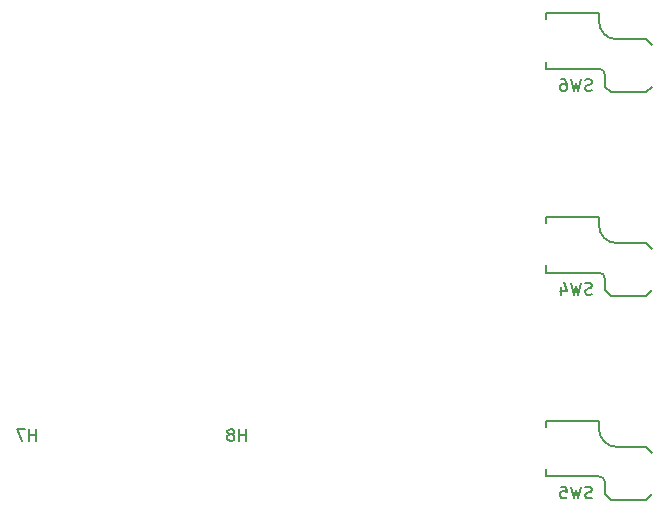
<source format=gbr>
%TF.GenerationSoftware,KiCad,Pcbnew,9.0.6*%
%TF.CreationDate,2025-12-14T01:17:05-08:00*%
%TF.ProjectId,base-station,62617365-2d73-4746-9174-696f6e2e6b69,rev?*%
%TF.SameCoordinates,Original*%
%TF.FileFunction,Legend,Bot*%
%TF.FilePolarity,Positive*%
%FSLAX46Y46*%
G04 Gerber Fmt 4.6, Leading zero omitted, Abs format (unit mm)*
G04 Created by KiCad (PCBNEW 9.0.6) date 2025-12-14 01:17:05*
%MOMM*%
%LPD*%
G01*
G04 APERTURE LIST*
%ADD10C,0.150000*%
G04 APERTURE END LIST*
D10*
X109638332Y-102277200D02*
X109495475Y-102324819D01*
X109495475Y-102324819D02*
X109257380Y-102324819D01*
X109257380Y-102324819D02*
X109162142Y-102277200D01*
X109162142Y-102277200D02*
X109114523Y-102229580D01*
X109114523Y-102229580D02*
X109066904Y-102134342D01*
X109066904Y-102134342D02*
X109066904Y-102039104D01*
X109066904Y-102039104D02*
X109114523Y-101943866D01*
X109114523Y-101943866D02*
X109162142Y-101896247D01*
X109162142Y-101896247D02*
X109257380Y-101848628D01*
X109257380Y-101848628D02*
X109447856Y-101801009D01*
X109447856Y-101801009D02*
X109543094Y-101753390D01*
X109543094Y-101753390D02*
X109590713Y-101705771D01*
X109590713Y-101705771D02*
X109638332Y-101610533D01*
X109638332Y-101610533D02*
X109638332Y-101515295D01*
X109638332Y-101515295D02*
X109590713Y-101420057D01*
X109590713Y-101420057D02*
X109543094Y-101372438D01*
X109543094Y-101372438D02*
X109447856Y-101324819D01*
X109447856Y-101324819D02*
X109209761Y-101324819D01*
X109209761Y-101324819D02*
X109066904Y-101372438D01*
X108733570Y-101324819D02*
X108495475Y-102324819D01*
X108495475Y-102324819D02*
X108304999Y-101610533D01*
X108304999Y-101610533D02*
X108114523Y-102324819D01*
X108114523Y-102324819D02*
X107876428Y-101324819D01*
X107019285Y-101324819D02*
X107495475Y-101324819D01*
X107495475Y-101324819D02*
X107543094Y-101801009D01*
X107543094Y-101801009D02*
X107495475Y-101753390D01*
X107495475Y-101753390D02*
X107400237Y-101705771D01*
X107400237Y-101705771D02*
X107162142Y-101705771D01*
X107162142Y-101705771D02*
X107066904Y-101753390D01*
X107066904Y-101753390D02*
X107019285Y-101801009D01*
X107019285Y-101801009D02*
X106971666Y-101896247D01*
X106971666Y-101896247D02*
X106971666Y-102134342D01*
X106971666Y-102134342D02*
X107019285Y-102229580D01*
X107019285Y-102229580D02*
X107066904Y-102277200D01*
X107066904Y-102277200D02*
X107162142Y-102324819D01*
X107162142Y-102324819D02*
X107400237Y-102324819D01*
X107400237Y-102324819D02*
X107495475Y-102277200D01*
X107495475Y-102277200D02*
X107543094Y-102229580D01*
X109638332Y-67777200D02*
X109495475Y-67824819D01*
X109495475Y-67824819D02*
X109257380Y-67824819D01*
X109257380Y-67824819D02*
X109162142Y-67777200D01*
X109162142Y-67777200D02*
X109114523Y-67729580D01*
X109114523Y-67729580D02*
X109066904Y-67634342D01*
X109066904Y-67634342D02*
X109066904Y-67539104D01*
X109066904Y-67539104D02*
X109114523Y-67443866D01*
X109114523Y-67443866D02*
X109162142Y-67396247D01*
X109162142Y-67396247D02*
X109257380Y-67348628D01*
X109257380Y-67348628D02*
X109447856Y-67301009D01*
X109447856Y-67301009D02*
X109543094Y-67253390D01*
X109543094Y-67253390D02*
X109590713Y-67205771D01*
X109590713Y-67205771D02*
X109638332Y-67110533D01*
X109638332Y-67110533D02*
X109638332Y-67015295D01*
X109638332Y-67015295D02*
X109590713Y-66920057D01*
X109590713Y-66920057D02*
X109543094Y-66872438D01*
X109543094Y-66872438D02*
X109447856Y-66824819D01*
X109447856Y-66824819D02*
X109209761Y-66824819D01*
X109209761Y-66824819D02*
X109066904Y-66872438D01*
X108733570Y-66824819D02*
X108495475Y-67824819D01*
X108495475Y-67824819D02*
X108304999Y-67110533D01*
X108304999Y-67110533D02*
X108114523Y-67824819D01*
X108114523Y-67824819D02*
X107876428Y-66824819D01*
X107066904Y-66824819D02*
X107257380Y-66824819D01*
X107257380Y-66824819D02*
X107352618Y-66872438D01*
X107352618Y-66872438D02*
X107400237Y-66920057D01*
X107400237Y-66920057D02*
X107495475Y-67062914D01*
X107495475Y-67062914D02*
X107543094Y-67253390D01*
X107543094Y-67253390D02*
X107543094Y-67634342D01*
X107543094Y-67634342D02*
X107495475Y-67729580D01*
X107495475Y-67729580D02*
X107447856Y-67777200D01*
X107447856Y-67777200D02*
X107352618Y-67824819D01*
X107352618Y-67824819D02*
X107162142Y-67824819D01*
X107162142Y-67824819D02*
X107066904Y-67777200D01*
X107066904Y-67777200D02*
X107019285Y-67729580D01*
X107019285Y-67729580D02*
X106971666Y-67634342D01*
X106971666Y-67634342D02*
X106971666Y-67396247D01*
X106971666Y-67396247D02*
X107019285Y-67301009D01*
X107019285Y-67301009D02*
X107066904Y-67253390D01*
X107066904Y-67253390D02*
X107162142Y-67205771D01*
X107162142Y-67205771D02*
X107352618Y-67205771D01*
X107352618Y-67205771D02*
X107447856Y-67253390D01*
X107447856Y-67253390D02*
X107495475Y-67301009D01*
X107495475Y-67301009D02*
X107543094Y-67396247D01*
X109638332Y-85027200D02*
X109495475Y-85074819D01*
X109495475Y-85074819D02*
X109257380Y-85074819D01*
X109257380Y-85074819D02*
X109162142Y-85027200D01*
X109162142Y-85027200D02*
X109114523Y-84979580D01*
X109114523Y-84979580D02*
X109066904Y-84884342D01*
X109066904Y-84884342D02*
X109066904Y-84789104D01*
X109066904Y-84789104D02*
X109114523Y-84693866D01*
X109114523Y-84693866D02*
X109162142Y-84646247D01*
X109162142Y-84646247D02*
X109257380Y-84598628D01*
X109257380Y-84598628D02*
X109447856Y-84551009D01*
X109447856Y-84551009D02*
X109543094Y-84503390D01*
X109543094Y-84503390D02*
X109590713Y-84455771D01*
X109590713Y-84455771D02*
X109638332Y-84360533D01*
X109638332Y-84360533D02*
X109638332Y-84265295D01*
X109638332Y-84265295D02*
X109590713Y-84170057D01*
X109590713Y-84170057D02*
X109543094Y-84122438D01*
X109543094Y-84122438D02*
X109447856Y-84074819D01*
X109447856Y-84074819D02*
X109209761Y-84074819D01*
X109209761Y-84074819D02*
X109066904Y-84122438D01*
X108733570Y-84074819D02*
X108495475Y-85074819D01*
X108495475Y-85074819D02*
X108304999Y-84360533D01*
X108304999Y-84360533D02*
X108114523Y-85074819D01*
X108114523Y-85074819D02*
X107876428Y-84074819D01*
X107066904Y-84408152D02*
X107066904Y-85074819D01*
X107304999Y-84027200D02*
X107543094Y-84741485D01*
X107543094Y-84741485D02*
X106924047Y-84741485D01*
X62581904Y-97454819D02*
X62581904Y-96454819D01*
X62581904Y-96931009D02*
X62010476Y-96931009D01*
X62010476Y-97454819D02*
X62010476Y-96454819D01*
X61629523Y-96454819D02*
X60962857Y-96454819D01*
X60962857Y-96454819D02*
X61391428Y-97454819D01*
X80361904Y-97454819D02*
X80361904Y-96454819D01*
X80361904Y-96931009D02*
X79790476Y-96931009D01*
X79790476Y-97454819D02*
X79790476Y-96454819D01*
X79171428Y-96883390D02*
X79266666Y-96835771D01*
X79266666Y-96835771D02*
X79314285Y-96788152D01*
X79314285Y-96788152D02*
X79361904Y-96692914D01*
X79361904Y-96692914D02*
X79361904Y-96645295D01*
X79361904Y-96645295D02*
X79314285Y-96550057D01*
X79314285Y-96550057D02*
X79266666Y-96502438D01*
X79266666Y-96502438D02*
X79171428Y-96454819D01*
X79171428Y-96454819D02*
X78980952Y-96454819D01*
X78980952Y-96454819D02*
X78885714Y-96502438D01*
X78885714Y-96502438D02*
X78838095Y-96550057D01*
X78838095Y-96550057D02*
X78790476Y-96645295D01*
X78790476Y-96645295D02*
X78790476Y-96692914D01*
X78790476Y-96692914D02*
X78838095Y-96788152D01*
X78838095Y-96788152D02*
X78885714Y-96835771D01*
X78885714Y-96835771D02*
X78980952Y-96883390D01*
X78980952Y-96883390D02*
X79171428Y-96883390D01*
X79171428Y-96883390D02*
X79266666Y-96931009D01*
X79266666Y-96931009D02*
X79314285Y-96978628D01*
X79314285Y-96978628D02*
X79361904Y-97073866D01*
X79361904Y-97073866D02*
X79361904Y-97264342D01*
X79361904Y-97264342D02*
X79314285Y-97359580D01*
X79314285Y-97359580D02*
X79266666Y-97407200D01*
X79266666Y-97407200D02*
X79171428Y-97454819D01*
X79171428Y-97454819D02*
X78980952Y-97454819D01*
X78980952Y-97454819D02*
X78885714Y-97407200D01*
X78885714Y-97407200D02*
X78838095Y-97359580D01*
X78838095Y-97359580D02*
X78790476Y-97264342D01*
X78790476Y-97264342D02*
X78790476Y-97073866D01*
X78790476Y-97073866D02*
X78838095Y-96978628D01*
X78838095Y-96978628D02*
X78885714Y-96931009D01*
X78885714Y-96931009D02*
X78980952Y-96883390D01*
%TO.C,SW5*%
X105750000Y-95750000D02*
X105750000Y-96250000D01*
X105750000Y-99850000D02*
X105750000Y-100450000D01*
X105750000Y-100450000D02*
X110250000Y-100450000D01*
X110250000Y-95750000D02*
X105750000Y-95750000D01*
X110250000Y-96450000D02*
X110250000Y-95750000D01*
X110750000Y-100950000D02*
X110750000Y-101950000D01*
X111250000Y-102450000D02*
X110750000Y-101950000D01*
X114250000Y-97950000D02*
X111750000Y-97950000D01*
X114250000Y-102450000D02*
X111250000Y-102450000D01*
X114750000Y-98450000D02*
X114250000Y-97950000D01*
X114750000Y-101950000D02*
X114250000Y-102450000D01*
X110250000Y-100450000D02*
G75*
G02*
X110750000Y-100950000I0J-500000D01*
G01*
X111750000Y-97950000D02*
G75*
G02*
X110250000Y-96450000I0J1500000D01*
G01*
%TO.C,SW6*%
X105750000Y-61250000D02*
X105750000Y-61750000D01*
X105750000Y-65350000D02*
X105750000Y-65950000D01*
X105750000Y-65950000D02*
X110250000Y-65950000D01*
X110250000Y-61250000D02*
X105750000Y-61250000D01*
X110250000Y-61950000D02*
X110250000Y-61250000D01*
X110750000Y-66450000D02*
X110750000Y-67450000D01*
X111250000Y-67950000D02*
X110750000Y-67450000D01*
X114250000Y-63450000D02*
X111750000Y-63450000D01*
X114250000Y-67950000D02*
X111250000Y-67950000D01*
X114750000Y-63950000D02*
X114250000Y-63450000D01*
X114750000Y-67450000D02*
X114250000Y-67950000D01*
X110250000Y-65950000D02*
G75*
G02*
X110750000Y-66450000I0J-500000D01*
G01*
X111750000Y-63450000D02*
G75*
G02*
X110250000Y-61950000I0J1500000D01*
G01*
%TO.C,SW4*%
X105750000Y-78500000D02*
X105750000Y-79000000D01*
X105750000Y-82600000D02*
X105750000Y-83200000D01*
X105750000Y-83200000D02*
X110250000Y-83200000D01*
X110250000Y-78500000D02*
X105750000Y-78500000D01*
X110250000Y-79200000D02*
X110250000Y-78500000D01*
X110750000Y-83700000D02*
X110750000Y-84700000D01*
X111250000Y-85200000D02*
X110750000Y-84700000D01*
X114250000Y-80700000D02*
X111750000Y-80700000D01*
X114250000Y-85200000D02*
X111250000Y-85200000D01*
X114750000Y-81200000D02*
X114250000Y-80700000D01*
X114750000Y-84700000D02*
X114250000Y-85200000D01*
X110250000Y-83200000D02*
G75*
G02*
X110750000Y-83700000I0J-500000D01*
G01*
X111750000Y-80700000D02*
G75*
G02*
X110250000Y-79200000I0J1500000D01*
G01*
%TD*%
M02*

</source>
